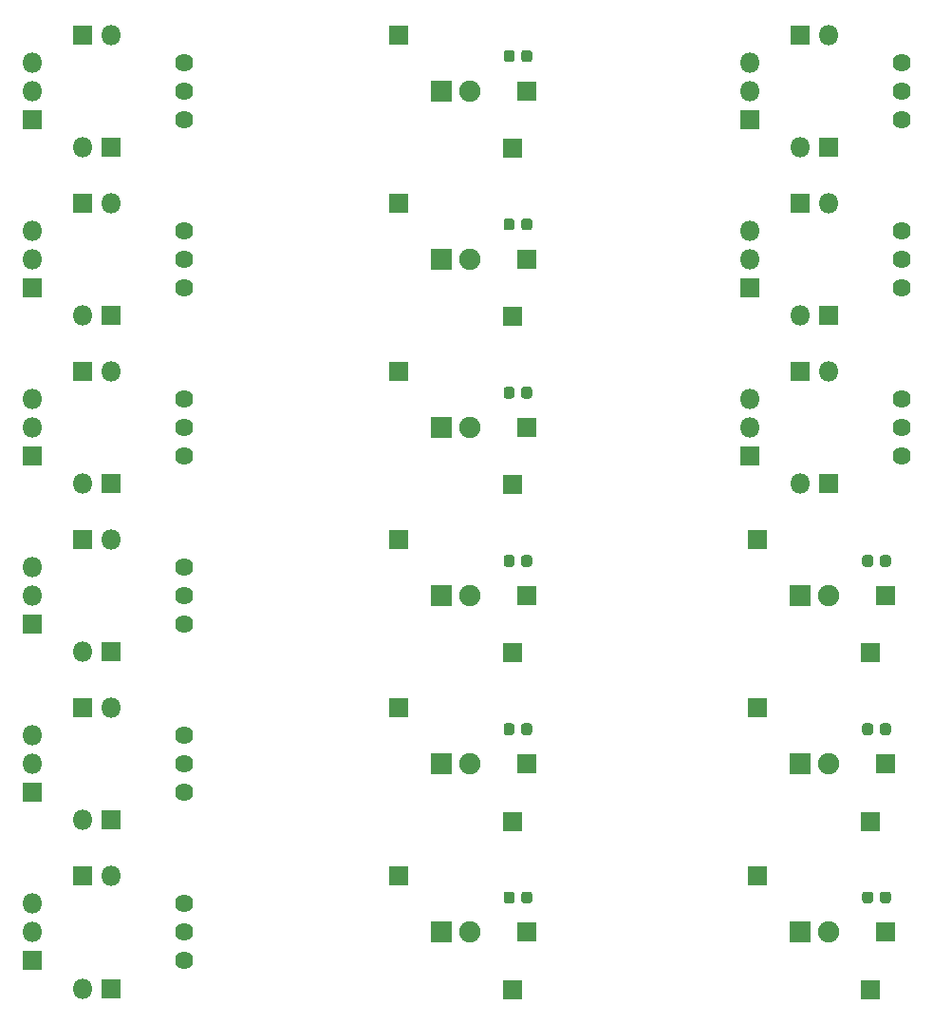
<source format=gbr>
%TF.GenerationSoftware,KiCad,Pcbnew,5.1.6-c6e7f7d~86~ubuntu18.04.1*%
%TF.CreationDate,2020-06-23T16:20:56-03:00*%
%TF.ProjectId,irStrip,69725374-7269-4702-9e6b-696361645f70,Rev. 1*%
%TF.SameCoordinates,Original*%
%TF.FileFunction,Soldermask,Top*%
%TF.FilePolarity,Negative*%
%FSLAX46Y46*%
G04 Gerber Fmt 4.6, Leading zero omitted, Abs format (unit mm)*
G04 Created by KiCad (PCBNEW 5.1.6-c6e7f7d~86~ubuntu18.04.1) date 2020-06-23 16:20:56*
%MOMM*%
%LPD*%
G01*
G04 APERTURE LIST*
%ADD10R,1.900000X1.900000*%
%ADD11C,1.900000*%
%ADD12R,1.800000X1.800000*%
%ADD13O,1.800000X1.800000*%
%ADD14C,1.624000*%
G04 APERTURE END LIST*
D10*
%TO.C,D1*%
X177327300Y-139400000D03*
D11*
X179867300Y-139400000D03*
%TD*%
D12*
%TO.C,J2*%
X173567300Y-134400000D03*
%TD*%
%TO.C,R2*%
G36*
G01*
X183879800Y-136018750D02*
X183879800Y-136581250D01*
G75*
G02*
X183636050Y-136825000I-243750J0D01*
G01*
X183148550Y-136825000D01*
G75*
G02*
X182904800Y-136581250I0J243750D01*
G01*
X182904800Y-136018750D01*
G75*
G02*
X183148550Y-135775000I243750J0D01*
G01*
X183636050Y-135775000D01*
G75*
G02*
X183879800Y-136018750I0J-243750D01*
G01*
G37*
G36*
G01*
X185454800Y-136018750D02*
X185454800Y-136581250D01*
G75*
G02*
X185211050Y-136825000I-243750J0D01*
G01*
X184723550Y-136825000D01*
G75*
G02*
X184479800Y-136581250I0J243750D01*
G01*
X184479800Y-136018750D01*
G75*
G02*
X184723550Y-135775000I243750J0D01*
G01*
X185211050Y-135775000D01*
G75*
G02*
X185454800Y-136018750I0J-243750D01*
G01*
G37*
%TD*%
%TO.C,J5*%
X184967300Y-139400000D03*
%TD*%
%TO.C,J3*%
X183667300Y-144500000D03*
%TD*%
D10*
%TO.C,D1*%
X177327300Y-124400000D03*
D11*
X179867300Y-124400000D03*
%TD*%
D12*
%TO.C,J2*%
X173567300Y-119400000D03*
%TD*%
%TO.C,R2*%
G36*
G01*
X183879800Y-121018750D02*
X183879800Y-121581250D01*
G75*
G02*
X183636050Y-121825000I-243750J0D01*
G01*
X183148550Y-121825000D01*
G75*
G02*
X182904800Y-121581250I0J243750D01*
G01*
X182904800Y-121018750D01*
G75*
G02*
X183148550Y-120775000I243750J0D01*
G01*
X183636050Y-120775000D01*
G75*
G02*
X183879800Y-121018750I0J-243750D01*
G01*
G37*
G36*
G01*
X185454800Y-121018750D02*
X185454800Y-121581250D01*
G75*
G02*
X185211050Y-121825000I-243750J0D01*
G01*
X184723550Y-121825000D01*
G75*
G02*
X184479800Y-121581250I0J243750D01*
G01*
X184479800Y-121018750D01*
G75*
G02*
X184723550Y-120775000I243750J0D01*
G01*
X185211050Y-120775000D01*
G75*
G02*
X185454800Y-121018750I0J-243750D01*
G01*
G37*
%TD*%
%TO.C,J5*%
X184967300Y-124400000D03*
%TD*%
%TO.C,J3*%
X183667300Y-129500000D03*
%TD*%
D10*
%TO.C,D1*%
X177327300Y-109400000D03*
D11*
X179867300Y-109400000D03*
%TD*%
D12*
%TO.C,J2*%
X173567300Y-104400000D03*
%TD*%
%TO.C,R2*%
G36*
G01*
X183879800Y-106018750D02*
X183879800Y-106581250D01*
G75*
G02*
X183636050Y-106825000I-243750J0D01*
G01*
X183148550Y-106825000D01*
G75*
G02*
X182904800Y-106581250I0J243750D01*
G01*
X182904800Y-106018750D01*
G75*
G02*
X183148550Y-105775000I243750J0D01*
G01*
X183636050Y-105775000D01*
G75*
G02*
X183879800Y-106018750I0J-243750D01*
G01*
G37*
G36*
G01*
X185454800Y-106018750D02*
X185454800Y-106581250D01*
G75*
G02*
X185211050Y-106825000I-243750J0D01*
G01*
X184723550Y-106825000D01*
G75*
G02*
X184479800Y-106581250I0J243750D01*
G01*
X184479800Y-106018750D01*
G75*
G02*
X184723550Y-105775000I243750J0D01*
G01*
X185211050Y-105775000D01*
G75*
G02*
X185454800Y-106018750I0J-243750D01*
G01*
G37*
%TD*%
%TO.C,J5*%
X184967300Y-109400000D03*
%TD*%
%TO.C,J3*%
X183667300Y-114500000D03*
%TD*%
%TO.C,J4*%
X177327300Y-89400000D03*
D13*
X179867300Y-89400000D03*
%TD*%
%TO.C,J1*%
X177327300Y-99400000D03*
D12*
X179867300Y-99400000D03*
%TD*%
%TO.C,J6*%
X172867300Y-96940000D03*
D13*
X172867300Y-94400000D03*
X172867300Y-91860000D03*
%TD*%
D14*
%TO.C,U1*%
X186400000Y-94400000D03*
X186400000Y-91860000D03*
X186400000Y-96940000D03*
%TD*%
D12*
%TO.C,J4*%
X177327300Y-74400000D03*
D13*
X179867300Y-74400000D03*
%TD*%
%TO.C,J1*%
X177327300Y-84400000D03*
D12*
X179867300Y-84400000D03*
%TD*%
%TO.C,J6*%
X172867300Y-81940000D03*
D13*
X172867300Y-79400000D03*
X172867300Y-76860000D03*
%TD*%
D14*
%TO.C,U1*%
X186400000Y-79400000D03*
X186400000Y-76860000D03*
X186400000Y-81940000D03*
%TD*%
D12*
%TO.C,J4*%
X177327300Y-59400000D03*
D13*
X179867300Y-59400000D03*
%TD*%
%TO.C,J1*%
X177327300Y-69400000D03*
D12*
X179867300Y-69400000D03*
%TD*%
%TO.C,J6*%
X172867300Y-66940000D03*
D13*
X172867300Y-64400000D03*
X172867300Y-61860000D03*
%TD*%
D14*
%TO.C,U1*%
X186400000Y-64400000D03*
X186400000Y-61860000D03*
X186400000Y-66940000D03*
%TD*%
D11*
%TO.C,D1*%
X147870000Y-139400000D03*
D10*
X145330000Y-139400000D03*
%TD*%
D14*
%TO.C,U1*%
X122402700Y-141940000D03*
X122402700Y-136860000D03*
X122402700Y-139400000D03*
%TD*%
D12*
%TO.C,J2*%
X141570000Y-134400000D03*
%TD*%
%TO.C,R2*%
G36*
G01*
X153457500Y-136018750D02*
X153457500Y-136581250D01*
G75*
G02*
X153213750Y-136825000I-243750J0D01*
G01*
X152726250Y-136825000D01*
G75*
G02*
X152482500Y-136581250I0J243750D01*
G01*
X152482500Y-136018750D01*
G75*
G02*
X152726250Y-135775000I243750J0D01*
G01*
X153213750Y-135775000D01*
G75*
G02*
X153457500Y-136018750I0J-243750D01*
G01*
G37*
G36*
G01*
X151882500Y-136018750D02*
X151882500Y-136581250D01*
G75*
G02*
X151638750Y-136825000I-243750J0D01*
G01*
X151151250Y-136825000D01*
G75*
G02*
X150907500Y-136581250I0J243750D01*
G01*
X150907500Y-136018750D01*
G75*
G02*
X151151250Y-135775000I243750J0D01*
G01*
X151638750Y-135775000D01*
G75*
G02*
X151882500Y-136018750I0J-243750D01*
G01*
G37*
%TD*%
%TO.C,J5*%
X152970000Y-139400000D03*
%TD*%
%TO.C,J3*%
X151670000Y-144500000D03*
%TD*%
D13*
%TO.C,J6*%
X108870000Y-136860000D03*
X108870000Y-139400000D03*
D12*
X108870000Y-141940000D03*
%TD*%
%TO.C,J1*%
X115870000Y-144400000D03*
D13*
X113330000Y-144400000D03*
%TD*%
%TO.C,J4*%
X115870000Y-134400000D03*
D12*
X113330000Y-134400000D03*
%TD*%
D11*
%TO.C,D1*%
X147870000Y-124400000D03*
D10*
X145330000Y-124400000D03*
%TD*%
D14*
%TO.C,U1*%
X122402700Y-126940000D03*
X122402700Y-121860000D03*
X122402700Y-124400000D03*
%TD*%
D12*
%TO.C,J2*%
X141570000Y-119400000D03*
%TD*%
%TO.C,R2*%
G36*
G01*
X153457500Y-121018750D02*
X153457500Y-121581250D01*
G75*
G02*
X153213750Y-121825000I-243750J0D01*
G01*
X152726250Y-121825000D01*
G75*
G02*
X152482500Y-121581250I0J243750D01*
G01*
X152482500Y-121018750D01*
G75*
G02*
X152726250Y-120775000I243750J0D01*
G01*
X153213750Y-120775000D01*
G75*
G02*
X153457500Y-121018750I0J-243750D01*
G01*
G37*
G36*
G01*
X151882500Y-121018750D02*
X151882500Y-121581250D01*
G75*
G02*
X151638750Y-121825000I-243750J0D01*
G01*
X151151250Y-121825000D01*
G75*
G02*
X150907500Y-121581250I0J243750D01*
G01*
X150907500Y-121018750D01*
G75*
G02*
X151151250Y-120775000I243750J0D01*
G01*
X151638750Y-120775000D01*
G75*
G02*
X151882500Y-121018750I0J-243750D01*
G01*
G37*
%TD*%
%TO.C,J5*%
X152970000Y-124400000D03*
%TD*%
%TO.C,J3*%
X151670000Y-129500000D03*
%TD*%
D13*
%TO.C,J6*%
X108870000Y-121860000D03*
X108870000Y-124400000D03*
D12*
X108870000Y-126940000D03*
%TD*%
%TO.C,J1*%
X115870000Y-129400000D03*
D13*
X113330000Y-129400000D03*
%TD*%
%TO.C,J4*%
X115870000Y-119400000D03*
D12*
X113330000Y-119400000D03*
%TD*%
D11*
%TO.C,D1*%
X147870000Y-109400000D03*
D10*
X145330000Y-109400000D03*
%TD*%
D14*
%TO.C,U1*%
X122402700Y-111940000D03*
X122402700Y-106860000D03*
X122402700Y-109400000D03*
%TD*%
D12*
%TO.C,J2*%
X141570000Y-104400000D03*
%TD*%
%TO.C,R2*%
G36*
G01*
X153457500Y-106018750D02*
X153457500Y-106581250D01*
G75*
G02*
X153213750Y-106825000I-243750J0D01*
G01*
X152726250Y-106825000D01*
G75*
G02*
X152482500Y-106581250I0J243750D01*
G01*
X152482500Y-106018750D01*
G75*
G02*
X152726250Y-105775000I243750J0D01*
G01*
X153213750Y-105775000D01*
G75*
G02*
X153457500Y-106018750I0J-243750D01*
G01*
G37*
G36*
G01*
X151882500Y-106018750D02*
X151882500Y-106581250D01*
G75*
G02*
X151638750Y-106825000I-243750J0D01*
G01*
X151151250Y-106825000D01*
G75*
G02*
X150907500Y-106581250I0J243750D01*
G01*
X150907500Y-106018750D01*
G75*
G02*
X151151250Y-105775000I243750J0D01*
G01*
X151638750Y-105775000D01*
G75*
G02*
X151882500Y-106018750I0J-243750D01*
G01*
G37*
%TD*%
%TO.C,J5*%
X152970000Y-109400000D03*
%TD*%
%TO.C,J3*%
X151670000Y-114500000D03*
%TD*%
D13*
%TO.C,J6*%
X108870000Y-106860000D03*
X108870000Y-109400000D03*
D12*
X108870000Y-111940000D03*
%TD*%
%TO.C,J1*%
X115870000Y-114400000D03*
D13*
X113330000Y-114400000D03*
%TD*%
%TO.C,J4*%
X115870000Y-104400000D03*
D12*
X113330000Y-104400000D03*
%TD*%
D11*
%TO.C,D1*%
X147870000Y-94400000D03*
D10*
X145330000Y-94400000D03*
%TD*%
D14*
%TO.C,U1*%
X122402700Y-96940000D03*
X122402700Y-91860000D03*
X122402700Y-94400000D03*
%TD*%
D12*
%TO.C,J2*%
X141570000Y-89400000D03*
%TD*%
%TO.C,R2*%
G36*
G01*
X153457500Y-91018750D02*
X153457500Y-91581250D01*
G75*
G02*
X153213750Y-91825000I-243750J0D01*
G01*
X152726250Y-91825000D01*
G75*
G02*
X152482500Y-91581250I0J243750D01*
G01*
X152482500Y-91018750D01*
G75*
G02*
X152726250Y-90775000I243750J0D01*
G01*
X153213750Y-90775000D01*
G75*
G02*
X153457500Y-91018750I0J-243750D01*
G01*
G37*
G36*
G01*
X151882500Y-91018750D02*
X151882500Y-91581250D01*
G75*
G02*
X151638750Y-91825000I-243750J0D01*
G01*
X151151250Y-91825000D01*
G75*
G02*
X150907500Y-91581250I0J243750D01*
G01*
X150907500Y-91018750D01*
G75*
G02*
X151151250Y-90775000I243750J0D01*
G01*
X151638750Y-90775000D01*
G75*
G02*
X151882500Y-91018750I0J-243750D01*
G01*
G37*
%TD*%
%TO.C,J5*%
X152970000Y-94400000D03*
%TD*%
%TO.C,J3*%
X151670000Y-99500000D03*
%TD*%
D13*
%TO.C,J6*%
X108870000Y-91860000D03*
X108870000Y-94400000D03*
D12*
X108870000Y-96940000D03*
%TD*%
%TO.C,J1*%
X115870000Y-99400000D03*
D13*
X113330000Y-99400000D03*
%TD*%
%TO.C,J4*%
X115870000Y-89400000D03*
D12*
X113330000Y-89400000D03*
%TD*%
D11*
%TO.C,D1*%
X147870000Y-79400000D03*
D10*
X145330000Y-79400000D03*
%TD*%
D14*
%TO.C,U1*%
X122402700Y-81940000D03*
X122402700Y-76860000D03*
X122402700Y-79400000D03*
%TD*%
D12*
%TO.C,J2*%
X141570000Y-74400000D03*
%TD*%
%TO.C,R2*%
G36*
G01*
X153457500Y-76018750D02*
X153457500Y-76581250D01*
G75*
G02*
X153213750Y-76825000I-243750J0D01*
G01*
X152726250Y-76825000D01*
G75*
G02*
X152482500Y-76581250I0J243750D01*
G01*
X152482500Y-76018750D01*
G75*
G02*
X152726250Y-75775000I243750J0D01*
G01*
X153213750Y-75775000D01*
G75*
G02*
X153457500Y-76018750I0J-243750D01*
G01*
G37*
G36*
G01*
X151882500Y-76018750D02*
X151882500Y-76581250D01*
G75*
G02*
X151638750Y-76825000I-243750J0D01*
G01*
X151151250Y-76825000D01*
G75*
G02*
X150907500Y-76581250I0J243750D01*
G01*
X150907500Y-76018750D01*
G75*
G02*
X151151250Y-75775000I243750J0D01*
G01*
X151638750Y-75775000D01*
G75*
G02*
X151882500Y-76018750I0J-243750D01*
G01*
G37*
%TD*%
%TO.C,J5*%
X152970000Y-79400000D03*
%TD*%
%TO.C,J3*%
X151670000Y-84500000D03*
%TD*%
D13*
%TO.C,J6*%
X108870000Y-76860000D03*
X108870000Y-79400000D03*
D12*
X108870000Y-81940000D03*
%TD*%
%TO.C,J1*%
X115870000Y-84400000D03*
D13*
X113330000Y-84400000D03*
%TD*%
%TO.C,J4*%
X115870000Y-74400000D03*
D12*
X113330000Y-74400000D03*
%TD*%
%TO.C,J2*%
X141570000Y-59400000D03*
%TD*%
%TO.C,J3*%
X151670000Y-69500000D03*
%TD*%
%TO.C,J5*%
X152970000Y-64400000D03*
%TD*%
%TO.C,R2*%
G36*
G01*
X151882500Y-61018750D02*
X151882500Y-61581250D01*
G75*
G02*
X151638750Y-61825000I-243750J0D01*
G01*
X151151250Y-61825000D01*
G75*
G02*
X150907500Y-61581250I0J243750D01*
G01*
X150907500Y-61018750D01*
G75*
G02*
X151151250Y-60775000I243750J0D01*
G01*
X151638750Y-60775000D01*
G75*
G02*
X151882500Y-61018750I0J-243750D01*
G01*
G37*
G36*
G01*
X153457500Y-61018750D02*
X153457500Y-61581250D01*
G75*
G02*
X153213750Y-61825000I-243750J0D01*
G01*
X152726250Y-61825000D01*
G75*
G02*
X152482500Y-61581250I0J243750D01*
G01*
X152482500Y-61018750D01*
G75*
G02*
X152726250Y-60775000I243750J0D01*
G01*
X153213750Y-60775000D01*
G75*
G02*
X153457500Y-61018750I0J-243750D01*
G01*
G37*
%TD*%
D10*
%TO.C,D1*%
X145330000Y-64400000D03*
D11*
X147870000Y-64400000D03*
%TD*%
D12*
%TO.C,J4*%
X113330000Y-59400000D03*
D13*
X115870000Y-59400000D03*
%TD*%
D14*
%TO.C,U1*%
X122402700Y-64400000D03*
X122402700Y-61860000D03*
X122402700Y-66940000D03*
%TD*%
D12*
%TO.C,J6*%
X108870000Y-66940000D03*
D13*
X108870000Y-64400000D03*
X108870000Y-61860000D03*
%TD*%
%TO.C,J1*%
X113330000Y-69400000D03*
D12*
X115870000Y-69400000D03*
%TD*%
M02*

</source>
